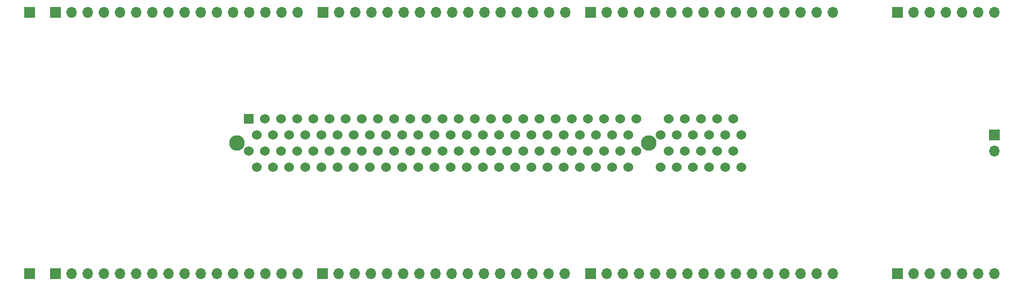
<source format=gbr>
%TF.GenerationSoftware,KiCad,Pcbnew,(5.1.8)-1*%
%TF.CreationDate,2020-11-30T17:22:19-08:00*%
%TF.ProjectId,BreakOutBoard,42726561-6b4f-4757-9442-6f6172642e6b,rev?*%
%TF.SameCoordinates,Original*%
%TF.FileFunction,Soldermask,Bot*%
%TF.FilePolarity,Negative*%
%FSLAX46Y46*%
G04 Gerber Fmt 4.6, Leading zero omitted, Abs format (unit mm)*
G04 Created by KiCad (PCBNEW (5.1.8)-1) date 2020-11-30 17:22:19*
%MOMM*%
%LPD*%
G01*
G04 APERTURE LIST*
%ADD10R,1.700000X1.700000*%
%ADD11O,1.700000X1.700000*%
%ADD12C,2.440000*%
%ADD13C,1.530000*%
%ADD14R,1.530000X1.530000*%
G04 APERTURE END LIST*
D10*
%TO.C,J3*%
X227100000Y-95500000D03*
D11*
X227100000Y-98040000D03*
%TD*%
D12*
%TO.C,J8*%
X172735000Y-96800000D03*
X107965000Y-96800000D03*
D13*
X187335000Y-100610000D03*
X186065000Y-98070000D03*
X184795000Y-100610000D03*
X183525000Y-98070000D03*
X182255000Y-100610000D03*
X180985000Y-98070000D03*
X179715000Y-100610000D03*
X178445000Y-98070000D03*
X177175000Y-100610000D03*
X175905000Y-98070000D03*
X174635000Y-100610000D03*
X170815000Y-98070000D03*
X169555000Y-100610000D03*
X168285000Y-98070000D03*
X167015000Y-100610000D03*
X165745000Y-98070000D03*
X164475000Y-100610000D03*
X163205000Y-98070000D03*
X161935000Y-100610000D03*
X160665000Y-98070000D03*
X159395000Y-100610000D03*
X158125000Y-98070000D03*
X156855000Y-100610000D03*
X155585000Y-98070000D03*
X154315000Y-100610000D03*
X153045000Y-98070000D03*
X151775000Y-100610000D03*
X150505000Y-98070000D03*
X149235000Y-100610000D03*
X147965000Y-98070000D03*
X146695000Y-100610000D03*
X145425000Y-98070000D03*
X144155000Y-100610000D03*
X142885000Y-98070000D03*
X141615000Y-100610000D03*
X140345000Y-98070000D03*
X139075000Y-100610000D03*
X137805000Y-98070000D03*
X136535000Y-100610000D03*
X135265000Y-98070000D03*
X133995000Y-100610000D03*
X132725000Y-98070000D03*
X131455000Y-100610000D03*
X130185000Y-98070000D03*
X128915000Y-100610000D03*
X127645000Y-98070000D03*
X126375000Y-100610000D03*
X125105000Y-98070000D03*
X123835000Y-100610000D03*
X122565000Y-98070000D03*
X121295000Y-100610000D03*
X120025000Y-98070000D03*
X118755000Y-100610000D03*
X117485000Y-98070000D03*
X116215000Y-100610000D03*
X114945000Y-98070000D03*
X113675000Y-100610000D03*
X112405000Y-98070000D03*
X111135000Y-100610000D03*
X109865000Y-98070000D03*
X187335000Y-95530000D03*
X186065000Y-92990000D03*
X184795000Y-95530000D03*
X183525000Y-92990000D03*
X182255000Y-95530000D03*
X180985000Y-92990000D03*
X179715000Y-95530000D03*
X178445000Y-92990000D03*
X177175000Y-95530000D03*
X175905000Y-92990000D03*
X174635000Y-95530000D03*
X170815000Y-92990000D03*
X169555000Y-95530000D03*
X168285000Y-92990000D03*
X167015000Y-95530000D03*
X165745000Y-92990000D03*
X164475000Y-95530000D03*
X163205000Y-92990000D03*
X161935000Y-95530000D03*
X160665000Y-92990000D03*
X159395000Y-95530000D03*
X158125000Y-92990000D03*
X156855000Y-95530000D03*
X155585000Y-92990000D03*
X154315000Y-95530000D03*
X153045000Y-92990000D03*
X151775000Y-95530000D03*
X150505000Y-92990000D03*
X149235000Y-95530000D03*
X147965000Y-92990000D03*
X146695000Y-95530000D03*
X145425000Y-92990000D03*
X144155000Y-95530000D03*
X142885000Y-92990000D03*
X141615000Y-95530000D03*
X140345000Y-92990000D03*
X139075000Y-95530000D03*
X137805000Y-92990000D03*
X136535000Y-95530000D03*
X135265000Y-92990000D03*
X133995000Y-95530000D03*
X132725000Y-92990000D03*
X131455000Y-95530000D03*
X130185000Y-92990000D03*
X128915000Y-95530000D03*
X127645000Y-92990000D03*
X126375000Y-95530000D03*
X125105000Y-92990000D03*
X123835000Y-95530000D03*
X122565000Y-92990000D03*
X121295000Y-95530000D03*
X120025000Y-92990000D03*
X118755000Y-95530000D03*
X117485000Y-92990000D03*
X116215000Y-95530000D03*
X114945000Y-92990000D03*
X113675000Y-95530000D03*
X112405000Y-92990000D03*
X111135000Y-95530000D03*
D14*
X109865000Y-92990000D03*
%TD*%
D11*
%TO.C,J11*%
X227100000Y-117400000D03*
X224560000Y-117400000D03*
X222020000Y-117400000D03*
X219480000Y-117400000D03*
X216940000Y-117400000D03*
X214400000Y-117400000D03*
D10*
X211860000Y-117400000D03*
%TD*%
%TO.C,J12*%
X211860000Y-76200000D03*
D11*
X214400000Y-76200000D03*
X216940000Y-76200000D03*
X219480000Y-76200000D03*
X222020000Y-76200000D03*
X224560000Y-76200000D03*
X227100000Y-76200000D03*
%TD*%
D10*
%TO.C,J1*%
X75400000Y-117400000D03*
%TD*%
%TO.C,J2*%
X75400000Y-76200000D03*
%TD*%
D11*
%TO.C,J4*%
X117500000Y-117400000D03*
X114960000Y-117400000D03*
X112420000Y-117400000D03*
X109880000Y-117400000D03*
X107340000Y-117400000D03*
X104800000Y-117400000D03*
X102260000Y-117400000D03*
X99720000Y-117400000D03*
X97180000Y-117400000D03*
X94640000Y-117400000D03*
X92100000Y-117400000D03*
X89560000Y-117400000D03*
X87020000Y-117400000D03*
X84480000Y-117400000D03*
X81940000Y-117400000D03*
D10*
X79400000Y-117400000D03*
%TD*%
%TO.C,J5*%
X79400000Y-76200000D03*
D11*
X81940000Y-76200000D03*
X84480000Y-76200000D03*
X87020000Y-76200000D03*
X89560000Y-76200000D03*
X92100000Y-76200000D03*
X94640000Y-76200000D03*
X97180000Y-76200000D03*
X99720000Y-76200000D03*
X102260000Y-76200000D03*
X104800000Y-76200000D03*
X107340000Y-76200000D03*
X109880000Y-76200000D03*
X112420000Y-76200000D03*
X114960000Y-76200000D03*
X117500000Y-76200000D03*
%TD*%
%TO.C,J6*%
X159500000Y-117400000D03*
X156960000Y-117400000D03*
X154420000Y-117400000D03*
X151880000Y-117400000D03*
X149340000Y-117400000D03*
X146800000Y-117400000D03*
X144260000Y-117400000D03*
X141720000Y-117400000D03*
X139180000Y-117400000D03*
X136640000Y-117400000D03*
X134100000Y-117400000D03*
X131560000Y-117400000D03*
X129020000Y-117400000D03*
X126480000Y-117400000D03*
X123940000Y-117400000D03*
D10*
X121400000Y-117400000D03*
%TD*%
%TO.C,J7*%
X121500000Y-76200000D03*
D11*
X124040000Y-76200000D03*
X126580000Y-76200000D03*
X129120000Y-76200000D03*
X131660000Y-76200000D03*
X134200000Y-76200000D03*
X136740000Y-76200000D03*
X139280000Y-76200000D03*
X141820000Y-76200000D03*
X144360000Y-76200000D03*
X146900000Y-76200000D03*
X149440000Y-76200000D03*
X151980000Y-76200000D03*
X154520000Y-76200000D03*
X157060000Y-76200000D03*
X159600000Y-76200000D03*
%TD*%
D10*
%TO.C,J9*%
X163600000Y-117400000D03*
D11*
X166140000Y-117400000D03*
X168680000Y-117400000D03*
X171220000Y-117400000D03*
X173760000Y-117400000D03*
X176300000Y-117400000D03*
X178840000Y-117400000D03*
X181380000Y-117400000D03*
X183920000Y-117400000D03*
X186460000Y-117400000D03*
X189000000Y-117400000D03*
X191540000Y-117400000D03*
X194080000Y-117400000D03*
X196620000Y-117400000D03*
X199160000Y-117400000D03*
X201700000Y-117400000D03*
%TD*%
%TO.C,J10*%
X201700000Y-76200000D03*
X199160000Y-76200000D03*
X196620000Y-76200000D03*
X194080000Y-76200000D03*
X191540000Y-76200000D03*
X189000000Y-76200000D03*
X186460000Y-76200000D03*
X183920000Y-76200000D03*
X181380000Y-76200000D03*
X178840000Y-76200000D03*
X176300000Y-76200000D03*
X173760000Y-76200000D03*
X171220000Y-76200000D03*
X168680000Y-76200000D03*
X166140000Y-76200000D03*
D10*
X163600000Y-76200000D03*
%TD*%
M02*

</source>
